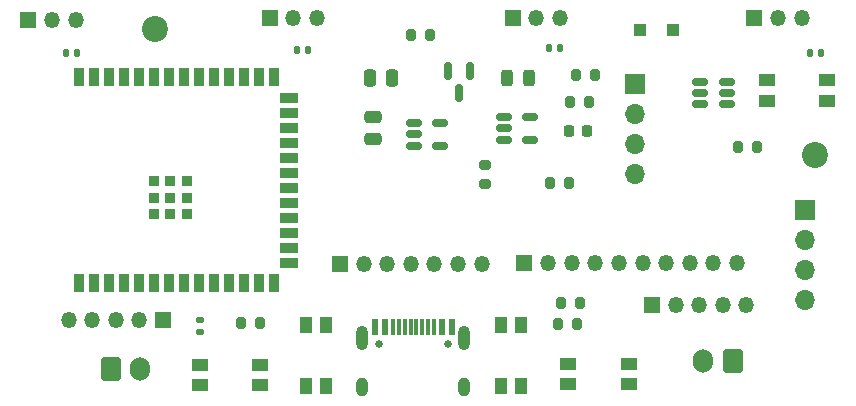
<source format=gbr>
%TF.GenerationSoftware,KiCad,Pcbnew,9.0.1*%
%TF.CreationDate,2025-04-13T07:36:32-05:00*%
%TF.ProjectId,LASK-V2-0,4c41534b-2d56-4322-9d30-2e6b69636164,rev?*%
%TF.SameCoordinates,Original*%
%TF.FileFunction,Soldermask,Top*%
%TF.FilePolarity,Negative*%
%FSLAX46Y46*%
G04 Gerber Fmt 4.6, Leading zero omitted, Abs format (unit mm)*
G04 Created by KiCad (PCBNEW 9.0.1) date 2025-04-13 07:36:32*
%MOMM*%
%LPD*%
G01*
G04 APERTURE LIST*
G04 Aperture macros list*
%AMRoundRect*
0 Rectangle with rounded corners*
0 $1 Rounding radius*
0 $2 $3 $4 $5 $6 $7 $8 $9 X,Y pos of 4 corners*
0 Add a 4 corners polygon primitive as box body*
4,1,4,$2,$3,$4,$5,$6,$7,$8,$9,$2,$3,0*
0 Add four circle primitives for the rounded corners*
1,1,$1+$1,$2,$3*
1,1,$1+$1,$4,$5*
1,1,$1+$1,$6,$7*
1,1,$1+$1,$8,$9*
0 Add four rect primitives between the rounded corners*
20,1,$1+$1,$2,$3,$4,$5,0*
20,1,$1+$1,$4,$5,$6,$7,0*
20,1,$1+$1,$6,$7,$8,$9,0*
20,1,$1+$1,$8,$9,$2,$3,0*%
G04 Aperture macros list end*
%ADD10RoundRect,0.140000X-0.140000X-0.170000X0.140000X-0.170000X0.140000X0.170000X-0.140000X0.170000X0*%
%ADD11RoundRect,0.200000X-0.200000X-0.275000X0.200000X-0.275000X0.200000X0.275000X-0.200000X0.275000X0*%
%ADD12RoundRect,0.250000X-0.475000X0.250000X-0.475000X-0.250000X0.475000X-0.250000X0.475000X0.250000X0*%
%ADD13RoundRect,0.200000X0.200000X0.275000X-0.200000X0.275000X-0.200000X-0.275000X0.200000X-0.275000X0*%
%ADD14RoundRect,0.150000X-0.150000X0.587500X-0.150000X-0.587500X0.150000X-0.587500X0.150000X0.587500X0*%
%ADD15RoundRect,0.150000X-0.512500X-0.150000X0.512500X-0.150000X0.512500X0.150000X-0.512500X0.150000X0*%
%ADD16R,1.700000X1.700000*%
%ADD17O,1.700000X1.700000*%
%ADD18R,1.350000X1.350000*%
%ADD19O,1.350000X1.350000*%
%ADD20R,1.450000X1.000000*%
%ADD21RoundRect,0.225000X0.225000X0.250000X-0.225000X0.250000X-0.225000X-0.250000X0.225000X-0.250000X0*%
%ADD22C,2.200000*%
%ADD23RoundRect,0.140000X-0.170000X0.140000X-0.170000X-0.140000X0.170000X-0.140000X0.170000X0.140000X0*%
%ADD24RoundRect,0.250000X-0.300000X-0.300000X0.300000X-0.300000X0.300000X0.300000X-0.300000X0.300000X0*%
%ADD25RoundRect,0.200000X-0.275000X0.200000X-0.275000X-0.200000X0.275000X-0.200000X0.275000X0.200000X0*%
%ADD26RoundRect,0.250000X0.600000X0.750000X-0.600000X0.750000X-0.600000X-0.750000X0.600000X-0.750000X0*%
%ADD27O,1.700000X2.000000*%
%ADD28R,0.812800X1.498600*%
%ADD29R,1.498600X0.812800*%
%ADD30R,0.889000X0.889000*%
%ADD31RoundRect,0.250000X-0.600000X-0.750000X0.600000X-0.750000X0.600000X0.750000X-0.600000X0.750000X0*%
%ADD32R,1.000000X1.450000*%
%ADD33RoundRect,0.243750X-0.243750X-0.456250X0.243750X-0.456250X0.243750X0.456250X-0.243750X0.456250X0*%
%ADD34C,0.650000*%
%ADD35R,0.600000X1.450000*%
%ADD36R,0.300000X1.450000*%
%ADD37O,1.000000X2.100000*%
%ADD38O,1.000000X1.600000*%
%ADD39RoundRect,0.250000X0.250000X0.475000X-0.250000X0.475000X-0.250000X-0.475000X0.250000X-0.475000X0*%
G04 APERTURE END LIST*
D10*
%TO.C,C2*%
X122484000Y-71120000D03*
X123444000Y-71120000D03*
%TD*%
D11*
%TO.C,R4*%
X165101000Y-75311000D03*
X166751000Y-75311000D03*
%TD*%
D12*
%TO.C,C6*%
X148452000Y-76581000D03*
X148452000Y-78481000D03*
%TD*%
D13*
%TO.C,R9*%
X153289000Y-69596000D03*
X151639000Y-69596000D03*
%TD*%
D14*
%TO.C,Q2*%
X156713000Y-72644000D03*
X154813000Y-72644000D03*
X155763000Y-74519000D03*
%TD*%
D15*
%TO.C,U4*%
X159523000Y-76586000D03*
X159523000Y-77536000D03*
X159523000Y-78486000D03*
X161798000Y-78486000D03*
X161798000Y-76586000D03*
%TD*%
D16*
%TO.C,J9*%
X170688000Y-73787000D03*
D17*
X170688000Y-76327000D03*
X170688000Y-78867000D03*
X170688000Y-81407000D03*
%TD*%
D18*
%TO.C,J3*%
X161290000Y-88900000D03*
D19*
X163290000Y-88900000D03*
X165290000Y-88900000D03*
X167290000Y-88900000D03*
X169290000Y-88900000D03*
X171290000Y-88900000D03*
X173290000Y-88900000D03*
X175290000Y-88900000D03*
X177290000Y-88900000D03*
X179290000Y-88900000D03*
%TD*%
D20*
%TO.C,SW_PWR1*%
X181794000Y-75184000D03*
X181794000Y-73484000D03*
X186944000Y-75184000D03*
X186944000Y-73484000D03*
%TD*%
D18*
%TO.C,H2*%
X139732000Y-68167600D03*
D19*
X141732000Y-68167600D03*
X143732000Y-68167600D03*
%TD*%
D21*
%TO.C,C8*%
X166624000Y-77729000D03*
X165074000Y-77729000D03*
%TD*%
D15*
%TO.C,U3*%
X151903000Y-77094000D03*
X151903000Y-78044000D03*
X151903000Y-78994000D03*
X154178000Y-78994000D03*
X154178000Y-77094000D03*
%TD*%
D11*
%TO.C,R3*%
X179325000Y-79121000D03*
X180975000Y-79121000D03*
%TD*%
%TO.C,R2*%
X164085000Y-94107000D03*
X165735000Y-94107000D03*
%TD*%
D22*
%TO.C,H8*%
X130048000Y-69088000D03*
%TD*%
D11*
%TO.C,R8*%
X163450000Y-82169000D03*
X165100000Y-82169000D03*
%TD*%
D10*
%TO.C,C4*%
X142042000Y-70866000D03*
X143002000Y-70866000D03*
%TD*%
D23*
%TO.C,C5*%
X133858000Y-93782000D03*
X133858000Y-94742000D03*
%TD*%
D10*
%TO.C,C3*%
X185476000Y-71120000D03*
X186436000Y-71120000D03*
%TD*%
D24*
%TO.C,D1*%
X171087000Y-69215000D03*
X173887000Y-69215000D03*
%TD*%
D18*
%TO.C,Joystick1*%
X172085000Y-92456000D03*
D19*
X174085000Y-92456000D03*
X176085000Y-92456000D03*
X178085000Y-92456000D03*
X180085000Y-92456000D03*
%TD*%
D18*
%TO.C,H4*%
X180753000Y-68167600D03*
D19*
X182753000Y-68167600D03*
X184753000Y-68167600D03*
%TD*%
D11*
%TO.C,R1*%
X164339000Y-92329000D03*
X165989000Y-92329000D03*
%TD*%
D18*
%TO.C,J6*%
X145669000Y-89027000D03*
D19*
X147669000Y-89027000D03*
X149669000Y-89027000D03*
X151669000Y-89027000D03*
X153669000Y-89027000D03*
X155669000Y-89027000D03*
X157669000Y-89027000D03*
%TD*%
D20*
%TO.C,SW_SEL1*%
X164973000Y-99187000D03*
X164973000Y-97487000D03*
X170123000Y-99187000D03*
X170123000Y-97487000D03*
%TD*%
D22*
%TO.C,H7*%
X185928000Y-79756000D03*
%TD*%
D25*
%TO.C,R7*%
X157988000Y-80645000D03*
X157988000Y-82295000D03*
%TD*%
D26*
%TO.C,BattExtLTC4054*%
X178923000Y-97201000D03*
D27*
X176423000Y-97201000D03*
%TD*%
D28*
%TO.C,U2*%
X123591000Y-90665000D03*
X124861000Y-90665000D03*
X126131000Y-90665000D03*
X127401000Y-90665000D03*
X128671000Y-90665000D03*
X129941000Y-90665000D03*
X131211000Y-90665000D03*
X132481000Y-90665000D03*
X133751000Y-90665000D03*
X135021000Y-90665000D03*
X136291000Y-90665000D03*
X137561000Y-90665000D03*
X138831000Y-90665000D03*
X140101000Y-90665000D03*
D29*
X141351000Y-88900000D03*
X141351000Y-87630000D03*
X141351000Y-86360000D03*
X141351000Y-85090000D03*
X141351000Y-83820000D03*
X141351000Y-82550000D03*
X141351000Y-81280000D03*
X141351000Y-80010000D03*
X141351000Y-78740000D03*
X141351000Y-77470000D03*
X141351000Y-76200000D03*
X141351000Y-74930000D03*
D28*
X140101000Y-73165000D03*
X138831000Y-73165000D03*
X137561000Y-73165000D03*
X136291000Y-73165000D03*
X135021000Y-73165000D03*
X133751000Y-73165000D03*
X132481000Y-73165000D03*
X131211000Y-73165000D03*
X129941000Y-73165000D03*
X128671000Y-73165000D03*
X127401000Y-73165000D03*
X126131000Y-73165000D03*
X124861000Y-73165000D03*
X123591000Y-73165000D03*
D30*
X131311000Y-83415000D03*
X129911000Y-84815000D03*
X131311000Y-84815000D03*
X132711000Y-84815000D03*
X132711000Y-83415000D03*
X132711000Y-82015000D03*
X131311000Y-82015000D03*
X129911000Y-82015000D03*
X129911000Y-83415000D03*
%TD*%
D31*
%TO.C,J2*%
X126278000Y-97917000D03*
D27*
X128778000Y-97917000D03*
%TD*%
D18*
%TO.C,Joystick2*%
X130683000Y-93726000D03*
D19*
X128683000Y-93726000D03*
X126683000Y-93726000D03*
X124683000Y-93726000D03*
X122683000Y-93726000D03*
%TD*%
D32*
%TO.C,SW_RST1*%
X144526000Y-99314000D03*
X142826000Y-99314000D03*
X144526000Y-94164000D03*
X142826000Y-94164000D03*
%TD*%
D13*
%TO.C,R6*%
X138937000Y-93980000D03*
X137287000Y-93980000D03*
%TD*%
D33*
%TO.C,D2*%
X159796000Y-73279000D03*
X161671000Y-73279000D03*
%TD*%
D20*
%TO.C,SW_BOOT1*%
X133788000Y-99236000D03*
X133788000Y-97536000D03*
X138938000Y-99236000D03*
X138938000Y-97536000D03*
%TD*%
D34*
%TO.C,J4*%
X149000000Y-95780000D03*
X154780000Y-95780000D03*
D35*
X148640000Y-94335000D03*
X149440000Y-94335000D03*
D36*
X150640000Y-94335000D03*
X151640000Y-94335000D03*
X152140000Y-94335000D03*
X153140000Y-94335000D03*
D35*
X154340000Y-94335000D03*
X155140000Y-94335000D03*
X155140000Y-94335000D03*
X154340000Y-94335000D03*
D36*
X153640000Y-94335000D03*
X152640000Y-94335000D03*
X151140000Y-94335000D03*
X150140000Y-94335000D03*
D35*
X149440000Y-94335000D03*
X148640000Y-94335000D03*
D37*
X147570000Y-95250000D03*
D38*
X147570000Y-99430000D03*
D37*
X156210000Y-95250000D03*
D38*
X156210000Y-99430000D03*
%TD*%
D11*
%TO.C,R5*%
X165609000Y-73025000D03*
X167259000Y-73025000D03*
%TD*%
D39*
%TO.C,C7*%
X150109000Y-73279000D03*
X148209000Y-73279000D03*
%TD*%
D10*
%TO.C,C1*%
X163378000Y-70739000D03*
X164338000Y-70739000D03*
%TD*%
D18*
%TO.C,H1*%
X119285000Y-68398600D03*
D19*
X121285000Y-68398600D03*
X123285000Y-68398600D03*
%TD*%
D18*
%TO.C,H3*%
X160306000Y-68167600D03*
D19*
X162306000Y-68167600D03*
X164306000Y-68167600D03*
%TD*%
D16*
%TO.C,J1*%
X185039000Y-84455000D03*
D17*
X185039000Y-86995000D03*
X185039000Y-89535000D03*
X185039000Y-92075000D03*
%TD*%
D15*
%TO.C,MAX1*%
X176160000Y-73599000D03*
X176160000Y-74549000D03*
X176160000Y-75499000D03*
X178435000Y-75499000D03*
X178435000Y-74549000D03*
X178435000Y-73599000D03*
%TD*%
D32*
%TO.C,SW_M1*%
X161036000Y-99314000D03*
X159336000Y-99314000D03*
X161036000Y-94164000D03*
X159336000Y-94164000D03*
%TD*%
M02*

</source>
